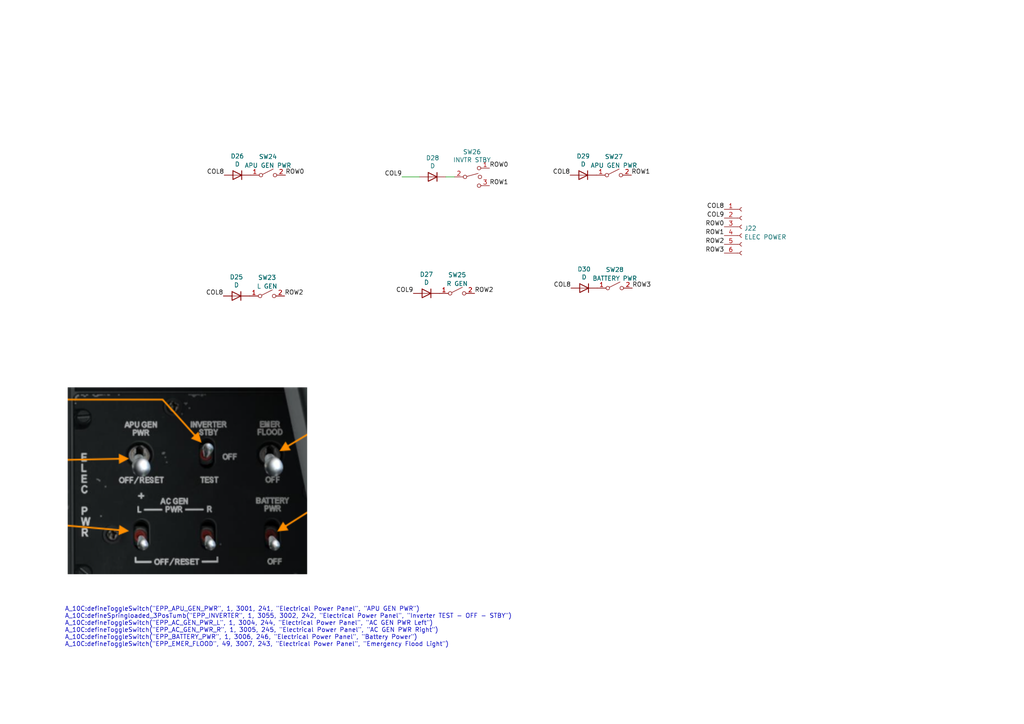
<source format=kicad_sch>
(kicad_sch (version 20230121) (generator eeschema)
  (paper "A4")
  (lib_symbols
    (symbol "Connector:Conn_01x06_Female" (pin_names (offset 1.016) hide)
      (property "Reference" "J" (at 0 7.62 0))
      (property "Value" "Conn_01x06_Female" (at 0 -10.16 0))
      (symbol "Conn_01x06_Female_1_1"
        (arc (start 0 -7.112) (mid -0.5058 -7.62) (end 0 -8.128) (stroke (width 0.1524)))
        (arc (start 0 -4.572) (mid -0.5058 -5.08) (end 0 -5.588) (stroke (width 0.1524)))
        (arc (start 0 -2.032) (mid -0.5058 -2.54) (end 0 -3.048) (stroke (width 0.1524)))
        (polyline (pts (xy -1.27 -7.62) (xy -0.508 -7.62)) (stroke (width 0.1524)))
        (polyline (pts (xy -1.27 -5.08) (xy -0.508 -5.08)) (stroke (width 0.1524)))
        (polyline (pts (xy -1.27 -2.54) (xy -0.508 -2.54)) (stroke (width 0.1524)))
        (polyline (pts (xy -1.27 0) (xy -0.508 0)) (stroke (width 0.1524)))
        (polyline (pts (xy -1.27 2.54) (xy -0.508 2.54)) (stroke (width 0.1524)))
        (polyline (pts (xy -1.27 5.08) (xy -0.508 5.08)) (stroke (width 0.1524)))
        (arc (start 0 0.508) (mid -0.5058 0) (end 0 -0.508) (stroke (width 0.1524)))
        (arc (start 0 3.048) (mid -0.5058 2.54) (end 0 2.032) (stroke (width 0.1524)))
        (arc (start 0 5.588) (mid -0.5058 5.08) (end 0 4.572) (stroke (width 0.1524)))
        (pin passive line (at -5.08 5.08 0) (length 3.81) (name "Pin_1") (number "1"))
        (pin passive line (at -5.08 2.54 0) (length 3.81) (name "Pin_2") (number "2"))
        (pin passive line (at -5.08 0 0) (length 3.81) (name "Pin_3") (number "3"))
        (pin passive line (at -5.08 -2.54 0) (length 3.81) (name "Pin_4") (number "4"))
        (pin passive line (at -5.08 -5.08 0) (length 3.81) (name "Pin_5") (number "5"))
        (pin passive line (at -5.08 -7.62 0) (length 3.81) (name "Pin_6") (number "6"))
      )
    )
    (symbol "Device:D" (pin_numbers hide) (pin_names (offset 1.016) hide)
      (property "Reference" "D" (at 0 2.54 0))
      (property "Value" "D" (at 0 -2.54 0))
      (symbol "D_0_1"
        (polyline (pts (xy -1.27 1.27) (xy -1.27 -1.27)) (stroke (width 0.254)))
        (polyline (pts (xy 1.27 0) (xy -1.27 0)))
        (polyline (pts (xy 1.27 1.27) (xy 1.27 -1.27) (xy -1.27 0) (xy 1.27 1.27)) (stroke (width 0.254)))
      )
      (symbol "D_1_1"
        (pin passive line (at -3.81 0 0) (length 2.54) (name "K") (number "1"))
        (pin passive line (at 3.81 0 180) (length 2.54) (name "A") (number "2"))
      )
    )
    (symbol "Switch:SW_SPDT_MSM" (pin_names (offset 0) hide)
      (property "Reference" "SW" (at 0 5.08 0))
      (property "Value" "SW_SPDT_MSM" (at 0 -5.08 0))
      (symbol "SW_SPDT_MSM_0_0"
        (circle (center -2.032 0) (radius 0.508))
        (polyline (pts (xy -1.524 0.127) (xy 1.778 1.016)))
        (circle (center 2.032 -2.54) (radius 0.508))
      )
      (symbol "SW_SPDT_MSM_0_1"
        (circle (center 2.032 2.54) (radius 0.508))
        (circle (center 2.286 0) (radius 0.508))
      )
      (symbol "SW_SPDT_MSM_1_1"
        (pin passive line (at 5.08 2.54 180) (length 2.54) (name "1") (number "1"))
        (pin passive line (at -5.08 0 0) (length 2.54) (name "2") (number "2"))
        (pin passive line (at 5.08 -2.54 180) (length 2.54) (name "3") (number "3"))
      )
    )
    (symbol "Switch:SW_SPST" (pin_names (offset 0) hide)
      (property "Reference" "SW" (at 0 3.175 0))
      (property "Value" "SW_SPST" (at 0 -2.54 0))
      (symbol "SW_SPST_0_0"
        (circle (center -2.032 0) (radius 0.508))
        (polyline (pts (xy -1.524 0.254) (xy 1.524 1.778)))
        (circle (center 2.032 0) (radius 0.508))
      )
      (symbol "SW_SPST_1_1"
        (pin passive line (at -5.08 0 0) (length 2.54) (name "A") (number "1"))
        (pin passive line (at 5.08 0 180) (length 2.54) (name "B") (number "2"))
      )
    )
  )
  (wire (pts (xy 121.666 51.308) (xy 116.586 51.308)))
  (wire (pts (xy 129.286 51.308) (xy 131.826 51.308)))
  (image (at 54.356 139.446) (scale 2.90849))
  (text "A_10C:defineToggleSwitch(\"EPP_APU_GEN_PWR\", 1, 3001, 241, \"Electrical Power Panel\", \"APU GEN PWR\")\nA_10C:defineSpringloaded_3PosTumb(\"EPP_INVERTER\", 1, 3055, 3002, 242, \"Electrical Power Panel\", \"Inverter TEST - OFF - STBY\")\nA_10C:defineToggleSwitch(\"EPP_AC_GEN_PWR_L\", 1, 3004, 244, \"Electrical Power Panel\", \"AC GEN PWR Left\")\nA_10C:defineToggleSwitch(\"EPP_AC_GEN_PWR_R\", 1, 3005, 245, \"Electrical Power Panel\", \"AC GEN PWR Right\")\nA_10C:defineToggleSwitch(\"EPP_BATTERY_PWR\", 1, 3006, 246, \"Electrical Power Panel\", \"Battery Power\")\nA_10C:defineToggleSwitch(\"EPP_EMER_FLOOD\", 49, 3007, 243, \"Electrical Power Panel\", \"Emergency Flood Light\")\n" (at 18.796 187.706 0) (effects (font (size 1.27 1.27)) (justify left bottom)))
  (label "ROW1" (at 183.134 50.8 0))
  (label "ROW2" (at 137.668 85.09 0))
  (label "ROW3" (at 183.388 83.566 0))
  (label "ROW0" (at 141.986 48.768 0))
  (label "ROW2" (at 210.058 70.866 180))
  (label "COL8" (at 64.77 85.852 180))
  (label "ROW1" (at 141.986 53.848 0))
  (label "COL8" (at 165.354 50.8 180))
  (label "COL9" (at 119.888 85.09 180))
  (label "ROW3" (at 210.058 73.406 180))
  (label "ROW0" (at 210.058 65.786 180))
  (label "ROW0" (at 82.804 50.8 0))
  (label "COL8" (at 210.058 60.706 180))
  (label "ROW2" (at 82.55 85.852 0))
  (label "COL9" (at 116.586 51.308 180))
  (label "COL9" (at 210.058 63.246 180))
  (label "COL8" (at 165.608 83.566 180))
  (label "ROW1" (at 210.058 68.326 180))
  (label "COL8" (at 65.024 50.8 180))
  (symbol (lib_id "Device:D") (at 169.164 50.8 0) (mirror y) (unit 1)
    (property "Reference" "D29" (at 169.164 45.3136 0))
    (property "Value" "D" (at 169.164 47.625 0))
    (property "Footprint" "PT_Library_v001:D_Signal_P7.62mm_Horizontal" (effects hide))
  )
  (symbol (lib_id "Switch:SW_SPST") (at 178.308 83.566 0) (unit 1)
    (property "Reference" "SW28" (at 178.308 78.2152 0))
    (property "Value" "BATTERY PWR" (at 178.308 80.7521 0))
  )
  (symbol (lib_id "Switch:SW_SPDT_MSM") (at 136.906 51.308 0) (unit 1)
    (property "Reference" "SW26" (at 136.906 44.069 0))
    (property "Value" "INVTR STBY" (at 136.906 46.3804 0))
    (property "Footprint" "PT_Library_v001:Molex_1x03_P2.54mm_Vertical" (effects hide))
  )
  (symbol (lib_id "Switch:SW_SPST") (at 132.588 85.09 0) (unit 1)
    (property "Reference" "SW25" (at 132.588 79.7392 0))
    (property "Value" "R GEN" (at 132.588 82.2761 0))
  )
  (symbol (lib_id "Device:D") (at 125.476 51.308 0) (mirror y) (unit 1)
    (property "Reference" "D28" (at 125.476 45.8216 0))
    (property "Value" "D" (at 125.476 48.133 0))
    (property "Footprint" "PT_Library_v001:D_Signal_P7.62mm_Horizontal" (effects hide))
  )
  (symbol (lib_id "Device:D") (at 68.834 50.8 0) (mirror y) (unit 1)
    (property "Reference" "D26" (at 68.834 45.3136 0))
    (property "Value" "D" (at 68.834 47.625 0))
    (property "Footprint" "PT_Library_v001:D_Signal_P7.62mm_Horizontal" (effects hide))
  )
  (symbol (lib_id "Connector:Conn_01x06_Female") (at 215.138 65.786 0) (unit 1)
    (property "Reference" "J22" (at 215.8492 66.2213 0) (effects (justify left)))
    (property "Value" "ELEC POWER" (at 215.8492 68.7582 0) (effects (justify left)))
  )
  (symbol (lib_id "Switch:SW_SPST") (at 178.054 50.8 0) (unit 1)
    (property "Reference" "SW27" (at 178.054 45.4492 0))
    (property "Value" "APU GEN PWR" (at 178.054 47.9861 0))
  )
  (symbol (lib_id "Switch:SW_SPST") (at 77.724 50.8 0) (unit 1)
    (property "Reference" "SW24" (at 77.724 45.4492 0))
    (property "Value" "APU GEN PWR" (at 77.724 47.9861 0))
  )
  (symbol (lib_id "Device:D") (at 68.58 85.852 0) (mirror y) (unit 1)
    (property "Reference" "D25" (at 68.58 80.3656 0))
    (property "Value" "D" (at 68.58 82.677 0))
    (property "Footprint" "PT_Library_v001:D_Signal_P7.62mm_Horizontal" (effects hide))
  )
  (symbol (lib_id "Device:D") (at 169.418 83.566 0) (mirror y) (unit 1)
    (property "Reference" "D30" (at 169.418 78.0796 0))
    (property "Value" "D" (at 169.418 80.391 0))
    (property "Footprint" "PT_Library_v001:D_Signal_P7.62mm_Horizontal" (effects hide))
  )
  (symbol (lib_id "Device:D") (at 123.698 85.09 0) (mirror y) (unit 1)
    (property "Reference" "D27" (at 123.698 79.6036 0))
    (property "Value" "D" (at 123.698 81.915 0))
    (property "Footprint" "PT_Library_v001:D_Signal_P7.62mm_Horizontal" (effects hide))
  )
  (symbol (lib_id "Switch:SW_SPST") (at 77.47 85.852 0) (unit 1)
    (property "Reference" "SW23" (at 77.47 80.5012 0))
    (property "Value" "L GEN" (at 77.47 83.0381 0))
  )
)
</source>
